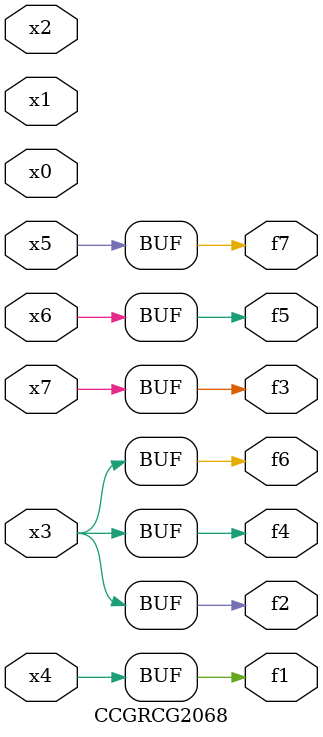
<source format=v>
module CCGRCG2068(
	input x0, x1, x2, x3, x4, x5, x6, x7,
	output f1, f2, f3, f4, f5, f6, f7
);
	assign f1 = x4;
	assign f2 = x3;
	assign f3 = x7;
	assign f4 = x3;
	assign f5 = x6;
	assign f6 = x3;
	assign f7 = x5;
endmodule

</source>
